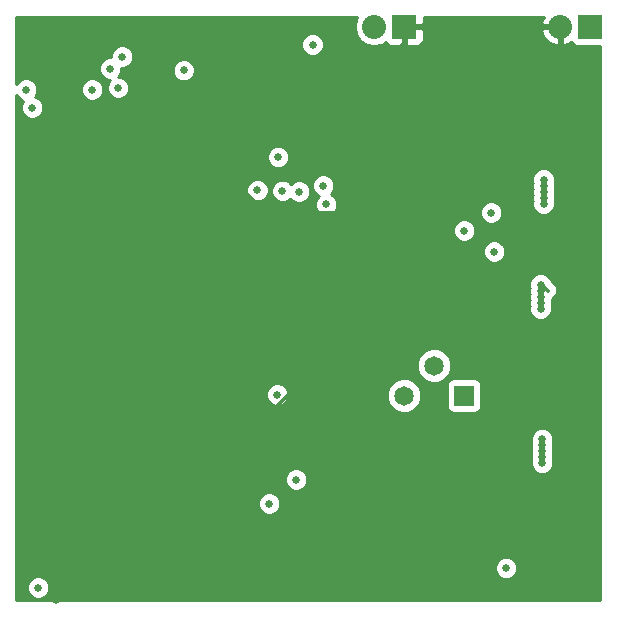
<source format=gbr>
G04 #@! TF.FileFunction,Copper,L2,Inr,Plane*
%FSLAX46Y46*%
G04 Gerber Fmt 4.6, Leading zero omitted, Abs format (unit mm)*
G04 Created by KiCad (PCBNEW (2015-03-31 BZR 5561)-product) date Tue 28 Apr 2015 10:13:20 PM CDT*
%MOMM*%
G01*
G04 APERTURE LIST*
%ADD10C,0.100000*%
%ADD11C,1.651000*%
%ADD12R,1.651000X1.651000*%
%ADD13R,2.032000X2.032000*%
%ADD14O,2.032000X2.032000*%
%ADD15C,0.635000*%
%ADD16C,0.355600*%
%ADD17C,0.254000*%
G04 APERTURE END LIST*
D10*
D11*
X107696000Y-134366000D03*
X110236000Y-131826000D03*
D12*
X112776000Y-134366000D03*
D13*
X107696000Y-103124000D03*
D14*
X105156000Y-103124000D03*
D13*
X123444000Y-103124000D03*
D14*
X120904000Y-103124000D03*
D15*
X119380000Y-140081000D03*
X119380000Y-139573000D03*
X119380000Y-139065000D03*
X119380000Y-138557000D03*
X119380000Y-138049000D03*
X119253000Y-127000000D03*
X119253000Y-126492000D03*
X119253000Y-125984000D03*
X119253000Y-125476000D03*
X119253000Y-124968000D03*
X119507000Y-118110000D03*
X119507000Y-117602000D03*
X119507000Y-117094000D03*
X119507000Y-116586000D03*
X119507000Y-116078000D03*
X85344000Y-103124000D03*
X87615855Y-106665855D03*
X90424000Y-106934000D03*
X85598000Y-143764000D03*
X81534000Y-115570000D03*
X93472000Y-124968000D03*
X88392000Y-109728000D03*
X122174000Y-106934000D03*
X116078000Y-111506000D03*
X122174000Y-105918000D03*
X121158000Y-106934000D03*
X121158000Y-105918000D03*
X116332000Y-107950000D03*
X117016881Y-106757119D03*
X113792000Y-114300000D03*
X113792000Y-113284000D03*
X116078000Y-110236000D03*
X116078000Y-108966000D03*
X106426000Y-117856000D03*
X108458000Y-124206000D03*
X106426000Y-127508000D03*
X88646000Y-115570000D03*
X83820000Y-110236000D03*
X80518000Y-110490000D03*
X78232000Y-151638000D03*
X98806000Y-133350000D03*
X98806000Y-118872000D03*
X96012000Y-118872000D03*
X99314000Y-125476000D03*
X105156000Y-141478000D03*
X105156000Y-139446000D03*
X94996000Y-138430000D03*
X94996000Y-142494000D03*
X87630000Y-148844000D03*
X88392000Y-148082000D03*
X82550000Y-139192000D03*
X87376000Y-140462000D03*
X80772000Y-130810000D03*
X84836000Y-135382000D03*
X82296000Y-134112000D03*
X92964000Y-127508000D03*
X91186000Y-127000000D03*
X81824702Y-128270000D03*
X80010000Y-127000000D03*
X80010000Y-127762000D03*
X88392000Y-119126000D03*
X89408000Y-120142000D03*
X86868000Y-122428000D03*
X78232000Y-117348000D03*
X81788000Y-119380000D03*
X112522000Y-144780000D03*
X107188000Y-144526000D03*
X99822000Y-144018000D03*
X101600000Y-108712000D03*
X94867479Y-144387118D03*
X119380000Y-130556000D03*
X119380000Y-131064000D03*
X119380000Y-130048000D03*
X119380000Y-129540000D03*
X119380000Y-131572000D03*
X89916000Y-113792000D03*
X93980000Y-114554000D03*
X118872000Y-144399000D03*
X116332000Y-148971000D03*
X112776000Y-120396000D03*
X115316000Y-122174000D03*
X96951000Y-134289000D03*
X76708000Y-150622000D03*
X97028000Y-114173000D03*
X99951868Y-104648000D03*
X98806000Y-117094000D03*
X83479678Y-108318280D03*
X82804000Y-106680000D03*
X101092000Y-118173490D03*
X95274993Y-116972765D03*
X96266000Y-143510000D03*
X98552000Y-141478000D03*
X115062000Y-118872000D03*
X83820000Y-105664000D03*
X97396280Y-117043180D03*
X89045368Y-106816922D03*
X81280000Y-108458000D03*
X100838000Y-116586000D03*
X76200000Y-109982000D03*
X75692000Y-108458000D03*
D16*
X119634000Y-125222000D02*
X119616983Y-125239017D01*
X119616983Y-125239017D02*
X119853966Y-125476000D01*
X107696000Y-103124000D02*
X107696000Y-104495600D01*
X107696000Y-104495600D02*
X103479600Y-108712000D01*
X103479600Y-108712000D02*
X102049012Y-108712000D01*
X102049012Y-108712000D02*
X101600000Y-108712000D01*
X87615855Y-106665855D02*
X87615855Y-105395855D01*
X87615855Y-105395855D02*
X85344000Y-103124000D01*
X87122000Y-110236000D02*
X84269012Y-110236000D01*
X90424000Y-106934000D02*
X87122000Y-110236000D01*
X84269012Y-110236000D02*
X83820000Y-110236000D01*
X112522000Y-144780000D02*
X117094000Y-144780000D01*
X117094000Y-144780000D02*
X117602000Y-144272000D01*
X107188000Y-144526000D02*
X112268000Y-144526000D01*
X112268000Y-144526000D02*
X112522000Y-144780000D01*
X105156000Y-141478000D02*
X105156000Y-142494000D01*
X105156000Y-142494000D02*
X107188000Y-144526000D01*
X99822000Y-144018000D02*
X102616000Y-144018000D01*
X102616000Y-144018000D02*
X105156000Y-141478000D01*
X87630000Y-148844000D02*
X81026000Y-148844000D01*
X81026000Y-148844000D02*
X78232000Y-151638000D01*
X84836000Y-135382000D02*
X84836000Y-136906000D01*
X84836000Y-136906000D02*
X82550000Y-139192000D01*
X82296000Y-134112000D02*
X83566000Y-134112000D01*
X83566000Y-134112000D02*
X84836000Y-135382000D01*
X87376000Y-140462000D02*
X83820000Y-140462000D01*
X83820000Y-140462000D02*
X82550000Y-139192000D01*
X94996000Y-138430000D02*
X94996000Y-137160000D01*
X94996000Y-137160000D02*
X98806000Y-133350000D01*
X98806000Y-133350000D02*
X100584000Y-133350000D01*
X100584000Y-133350000D02*
X106426000Y-127508000D01*
X92964000Y-127508000D02*
X98806000Y-133350000D01*
X99314000Y-125476000D02*
X97282000Y-127508000D01*
X97282000Y-127508000D02*
X92964000Y-127508000D01*
X99314000Y-125476000D02*
X99314000Y-119380000D01*
X99314000Y-119380000D02*
X98806000Y-118872000D01*
X98806000Y-118872000D02*
X105410000Y-118872000D01*
X105410000Y-118872000D02*
X106426000Y-117856000D01*
X96012000Y-118872000D02*
X98356988Y-118872000D01*
X98356988Y-118872000D02*
X98806000Y-118872000D01*
X89408000Y-120142000D02*
X89154000Y-120142000D01*
X89154000Y-120142000D02*
X86868000Y-122428000D01*
X89408000Y-120142000D02*
X88392000Y-119126000D01*
X88646000Y-115570000D02*
X88646000Y-118872000D01*
X88646000Y-118872000D02*
X88392000Y-119126000D01*
X114300000Y-114300000D02*
X109982000Y-114300000D01*
X109982000Y-114300000D02*
X106426000Y-117856000D01*
X94418467Y-144387118D02*
X94867479Y-144387118D01*
X88392000Y-148082000D02*
X92086882Y-144387118D01*
X92086882Y-144387118D02*
X94418467Y-144387118D01*
X94996000Y-144258597D02*
X94867479Y-144387118D01*
X94996000Y-142494000D02*
X94996000Y-144258597D01*
X93980000Y-116840000D02*
X96012000Y-118872000D01*
X93980000Y-114554000D02*
X93980000Y-116840000D01*
X89662000Y-114554000D02*
X88646000Y-115570000D01*
X93980000Y-114554000D02*
X89662000Y-114554000D01*
D17*
G36*
X124283000Y-151715000D02*
X120777000Y-151715000D01*
X120777000Y-104610836D01*
X120777000Y-103251000D01*
X119416633Y-103251000D01*
X119298017Y-103506946D01*
X119566812Y-104092379D01*
X120039182Y-104530385D01*
X120521056Y-104729975D01*
X120777000Y-104610836D01*
X120777000Y-151715000D01*
X120666766Y-151715000D01*
X120666766Y-125476000D01*
X120604895Y-125164955D01*
X120459665Y-124947602D01*
X120459665Y-117921367D01*
X120432768Y-117856273D01*
X120459335Y-117792295D01*
X120459665Y-117413367D01*
X120432768Y-117348273D01*
X120459335Y-117284295D01*
X120459665Y-116905367D01*
X120432768Y-116840273D01*
X120459335Y-116776295D01*
X120459665Y-116397367D01*
X120432768Y-116332273D01*
X120459335Y-116268295D01*
X120459665Y-115889367D01*
X120314961Y-115539157D01*
X120047253Y-115270980D01*
X119697295Y-115125665D01*
X119318367Y-115125335D01*
X118968157Y-115270039D01*
X118699980Y-115537747D01*
X118554665Y-115887705D01*
X118554335Y-116266633D01*
X118581231Y-116331726D01*
X118554665Y-116395705D01*
X118554335Y-116774633D01*
X118581231Y-116839726D01*
X118554665Y-116903705D01*
X118554335Y-117282633D01*
X118581231Y-117347726D01*
X118554665Y-117411705D01*
X118554335Y-117790633D01*
X118581231Y-117855726D01*
X118554665Y-117919705D01*
X118554335Y-118298633D01*
X118699039Y-118648843D01*
X118966747Y-118917020D01*
X119316705Y-119062335D01*
X119695633Y-119062665D01*
X120045843Y-118917961D01*
X120314020Y-118650253D01*
X120459335Y-118300295D01*
X120459665Y-117921367D01*
X120459665Y-124947602D01*
X120428703Y-124901264D01*
X120277271Y-124749833D01*
X120208737Y-124647263D01*
X120129091Y-124594046D01*
X120060961Y-124429157D01*
X119793253Y-124160980D01*
X119443295Y-124015665D01*
X119064367Y-124015335D01*
X118714157Y-124160039D01*
X118445980Y-124427747D01*
X118300665Y-124777705D01*
X118300335Y-125156633D01*
X118327231Y-125221726D01*
X118300665Y-125285705D01*
X118300335Y-125664633D01*
X118327231Y-125729726D01*
X118300665Y-125793705D01*
X118300335Y-126172633D01*
X118327231Y-126237726D01*
X118300665Y-126301705D01*
X118300335Y-126680633D01*
X118327231Y-126745726D01*
X118300665Y-126809705D01*
X118300335Y-127188633D01*
X118445039Y-127538843D01*
X118712747Y-127807020D01*
X119062705Y-127952335D01*
X119441633Y-127952665D01*
X119791843Y-127807961D01*
X120060020Y-127540253D01*
X120205335Y-127190295D01*
X120205665Y-126811367D01*
X120178768Y-126746273D01*
X120205335Y-126682295D01*
X120205665Y-126303367D01*
X120178768Y-126238273D01*
X120190571Y-126209850D01*
X120428703Y-126050737D01*
X120604895Y-125787045D01*
X120666766Y-125476000D01*
X120666766Y-151715000D01*
X120332665Y-151715000D01*
X120332665Y-139892367D01*
X120305768Y-139827273D01*
X120332335Y-139763295D01*
X120332665Y-139384367D01*
X120305768Y-139319273D01*
X120332335Y-139255295D01*
X120332665Y-138876367D01*
X120305768Y-138811273D01*
X120332335Y-138747295D01*
X120332665Y-138368367D01*
X120305768Y-138303273D01*
X120332335Y-138239295D01*
X120332665Y-137860367D01*
X120187961Y-137510157D01*
X119920253Y-137241980D01*
X119570295Y-137096665D01*
X119191367Y-137096335D01*
X118841157Y-137241039D01*
X118572980Y-137508747D01*
X118427665Y-137858705D01*
X118427335Y-138237633D01*
X118454231Y-138302726D01*
X118427665Y-138366705D01*
X118427335Y-138745633D01*
X118454231Y-138810726D01*
X118427665Y-138874705D01*
X118427335Y-139253633D01*
X118454231Y-139318726D01*
X118427665Y-139382705D01*
X118427335Y-139761633D01*
X118454231Y-139826726D01*
X118427665Y-139890705D01*
X118427335Y-140269633D01*
X118572039Y-140619843D01*
X118839747Y-140888020D01*
X119189705Y-141033335D01*
X119568633Y-141033665D01*
X119918843Y-140888961D01*
X120187020Y-140621253D01*
X120332335Y-140271295D01*
X120332665Y-139892367D01*
X120332665Y-151715000D01*
X117284665Y-151715000D01*
X117284665Y-148782367D01*
X117139961Y-148432157D01*
X116872253Y-148163980D01*
X116522295Y-148018665D01*
X116268665Y-148018444D01*
X116268665Y-121985367D01*
X116123961Y-121635157D01*
X116014665Y-121525669D01*
X116014665Y-118683367D01*
X115869961Y-118333157D01*
X115602253Y-118064980D01*
X115252295Y-117919665D01*
X114873367Y-117919335D01*
X114523157Y-118064039D01*
X114254980Y-118331747D01*
X114109665Y-118681705D01*
X114109335Y-119060633D01*
X114254039Y-119410843D01*
X114521747Y-119679020D01*
X114871705Y-119824335D01*
X115250633Y-119824665D01*
X115600843Y-119679961D01*
X115869020Y-119412253D01*
X116014335Y-119062295D01*
X116014665Y-118683367D01*
X116014665Y-121525669D01*
X115856253Y-121366980D01*
X115506295Y-121221665D01*
X115127367Y-121221335D01*
X114777157Y-121366039D01*
X114508980Y-121633747D01*
X114363665Y-121983705D01*
X114363335Y-122362633D01*
X114508039Y-122712843D01*
X114775747Y-122981020D01*
X115125705Y-123126335D01*
X115504633Y-123126665D01*
X115854843Y-122981961D01*
X116123020Y-122714253D01*
X116268335Y-122364295D01*
X116268665Y-121985367D01*
X116268665Y-148018444D01*
X116143367Y-148018335D01*
X115793157Y-148163039D01*
X115524980Y-148430747D01*
X115379665Y-148780705D01*
X115379335Y-149159633D01*
X115524039Y-149509843D01*
X115791747Y-149778020D01*
X116141705Y-149923335D01*
X116520633Y-149923665D01*
X116870843Y-149778961D01*
X117139020Y-149511253D01*
X117284335Y-149161295D01*
X117284665Y-148782367D01*
X117284665Y-151715000D01*
X114248940Y-151715000D01*
X114248940Y-135191500D01*
X114248940Y-133540500D01*
X114201963Y-133298377D01*
X114062173Y-133085573D01*
X113851140Y-132943123D01*
X113728665Y-132918561D01*
X113728665Y-120207367D01*
X113583961Y-119857157D01*
X113316253Y-119588980D01*
X112966295Y-119443665D01*
X112587367Y-119443335D01*
X112237157Y-119588039D01*
X111968980Y-119855747D01*
X111823665Y-120205705D01*
X111823335Y-120584633D01*
X111968039Y-120934843D01*
X112235747Y-121203020D01*
X112585705Y-121348335D01*
X112964633Y-121348665D01*
X113314843Y-121203961D01*
X113583020Y-120936253D01*
X113728335Y-120586295D01*
X113728665Y-120207367D01*
X113728665Y-132918561D01*
X113601500Y-132893060D01*
X111950500Y-132893060D01*
X111708377Y-132940037D01*
X111696753Y-132947672D01*
X111696753Y-131536763D01*
X111474874Y-130999774D01*
X111064387Y-130588570D01*
X110527786Y-130365754D01*
X109946763Y-130365247D01*
X109409774Y-130587126D01*
X109347000Y-130649790D01*
X109347000Y-104266309D01*
X109347000Y-103409750D01*
X109188250Y-103251000D01*
X107823000Y-103251000D01*
X107823000Y-104616250D01*
X107981750Y-104775000D01*
X108585691Y-104775000D01*
X108838310Y-104775000D01*
X109071699Y-104678327D01*
X109250327Y-104499698D01*
X109347000Y-104266309D01*
X109347000Y-130649790D01*
X108998570Y-130997613D01*
X108775754Y-131534214D01*
X108775247Y-132115237D01*
X108997126Y-132652226D01*
X109407613Y-133063430D01*
X109944214Y-133286246D01*
X110525237Y-133286753D01*
X111062226Y-133064874D01*
X111473430Y-132654387D01*
X111696246Y-132117786D01*
X111696753Y-131536763D01*
X111696753Y-132947672D01*
X111495573Y-133079827D01*
X111353123Y-133290860D01*
X111303060Y-133540500D01*
X111303060Y-135191500D01*
X111350037Y-135433623D01*
X111489827Y-135646427D01*
X111700860Y-135788877D01*
X111950500Y-135838940D01*
X113601500Y-135838940D01*
X113843623Y-135791963D01*
X114056427Y-135652173D01*
X114198877Y-135441140D01*
X114248940Y-135191500D01*
X114248940Y-151715000D01*
X109156753Y-151715000D01*
X109156753Y-134076763D01*
X108934874Y-133539774D01*
X108524387Y-133128570D01*
X107987786Y-132905754D01*
X107406763Y-132905247D01*
X106869774Y-133127126D01*
X106458570Y-133537613D01*
X106235754Y-134074214D01*
X106235247Y-134655237D01*
X106457126Y-135192226D01*
X106867613Y-135603430D01*
X107404214Y-135826246D01*
X107985237Y-135826753D01*
X108522226Y-135604874D01*
X108933430Y-135194387D01*
X109156246Y-134657786D01*
X109156753Y-134076763D01*
X109156753Y-151715000D01*
X102044665Y-151715000D01*
X102044665Y-117984857D01*
X101899961Y-117634647D01*
X101632253Y-117366470D01*
X101471323Y-117299646D01*
X101645020Y-117126253D01*
X101790335Y-116776295D01*
X101790665Y-116397367D01*
X101645961Y-116047157D01*
X101378253Y-115778980D01*
X101028295Y-115633665D01*
X100904533Y-115633557D01*
X100904533Y-104459367D01*
X100759829Y-104109157D01*
X100492121Y-103840980D01*
X100142163Y-103695665D01*
X99763235Y-103695335D01*
X99413025Y-103840039D01*
X99144848Y-104107747D01*
X98999533Y-104457705D01*
X98999203Y-104836633D01*
X99143907Y-105186843D01*
X99411615Y-105455020D01*
X99761573Y-105600335D01*
X100140501Y-105600665D01*
X100490711Y-105455961D01*
X100758888Y-105188253D01*
X100904203Y-104838295D01*
X100904533Y-104459367D01*
X100904533Y-115633557D01*
X100649367Y-115633335D01*
X100299157Y-115778039D01*
X100030980Y-116045747D01*
X99885665Y-116395705D01*
X99885335Y-116774633D01*
X100030039Y-117124843D01*
X100297747Y-117393020D01*
X100458676Y-117459843D01*
X100284980Y-117633237D01*
X100139665Y-117983195D01*
X100139335Y-118362123D01*
X100284039Y-118712333D01*
X100551747Y-118980510D01*
X100901705Y-119125825D01*
X101280633Y-119126155D01*
X101630843Y-118981451D01*
X101899020Y-118713743D01*
X102044335Y-118363785D01*
X102044665Y-117984857D01*
X102044665Y-151715000D01*
X99758665Y-151715000D01*
X99758665Y-116905367D01*
X99613961Y-116555157D01*
X99346253Y-116286980D01*
X98996295Y-116141665D01*
X98617367Y-116141335D01*
X98267157Y-116286039D01*
X98126495Y-116426454D01*
X97980665Y-116280369D01*
X97980665Y-113984367D01*
X97835961Y-113634157D01*
X97568253Y-113365980D01*
X97218295Y-113220665D01*
X96839367Y-113220335D01*
X96489157Y-113365039D01*
X96220980Y-113632747D01*
X96075665Y-113982705D01*
X96075335Y-114361633D01*
X96220039Y-114711843D01*
X96487747Y-114980020D01*
X96837705Y-115125335D01*
X97216633Y-115125665D01*
X97566843Y-114980961D01*
X97835020Y-114713253D01*
X97980335Y-114363295D01*
X97980665Y-113984367D01*
X97980665Y-116280369D01*
X97936533Y-116236160D01*
X97586575Y-116090845D01*
X97207647Y-116090515D01*
X96857437Y-116235219D01*
X96589260Y-116502927D01*
X96443945Y-116852885D01*
X96443615Y-117231813D01*
X96588319Y-117582023D01*
X96856027Y-117850200D01*
X97205985Y-117995515D01*
X97584913Y-117995845D01*
X97935123Y-117851141D01*
X98075784Y-117710725D01*
X98265747Y-117901020D01*
X98615705Y-118046335D01*
X98994633Y-118046665D01*
X99344843Y-117901961D01*
X99613020Y-117634253D01*
X99758335Y-117284295D01*
X99758665Y-116905367D01*
X99758665Y-151715000D01*
X99504665Y-151715000D01*
X99504665Y-141289367D01*
X99359961Y-140939157D01*
X99092253Y-140670980D01*
X98742295Y-140525665D01*
X98363367Y-140525335D01*
X98013157Y-140670039D01*
X97903665Y-140779339D01*
X97903665Y-134100367D01*
X97758961Y-133750157D01*
X97491253Y-133481980D01*
X97141295Y-133336665D01*
X96762367Y-133336335D01*
X96412157Y-133481039D01*
X96227658Y-133665215D01*
X96227658Y-116784132D01*
X96082954Y-116433922D01*
X95815246Y-116165745D01*
X95465288Y-116020430D01*
X95086360Y-116020100D01*
X94736150Y-116164804D01*
X94467973Y-116432512D01*
X94322658Y-116782470D01*
X94322328Y-117161398D01*
X94467032Y-117511608D01*
X94734740Y-117779785D01*
X95084698Y-117925100D01*
X95463626Y-117925430D01*
X95813836Y-117780726D01*
X96082013Y-117513018D01*
X96227328Y-117163060D01*
X96227658Y-116784132D01*
X96227658Y-133665215D01*
X96143980Y-133748747D01*
X95998665Y-134098705D01*
X95998335Y-134477633D01*
X96143039Y-134827843D01*
X96410747Y-135096020D01*
X96760705Y-135241335D01*
X97139633Y-135241665D01*
X97489843Y-135096961D01*
X97758020Y-134829253D01*
X97903335Y-134479295D01*
X97903665Y-134100367D01*
X97903665Y-140779339D01*
X97744980Y-140937747D01*
X97599665Y-141287705D01*
X97599335Y-141666633D01*
X97744039Y-142016843D01*
X98011747Y-142285020D01*
X98361705Y-142430335D01*
X98740633Y-142430665D01*
X99090843Y-142285961D01*
X99359020Y-142018253D01*
X99504335Y-141668295D01*
X99504665Y-141289367D01*
X99504665Y-151715000D01*
X97218665Y-151715000D01*
X97218665Y-143321367D01*
X97073961Y-142971157D01*
X96806253Y-142702980D01*
X96456295Y-142557665D01*
X96077367Y-142557335D01*
X95727157Y-142702039D01*
X95458980Y-142969747D01*
X95313665Y-143319705D01*
X95313335Y-143698633D01*
X95458039Y-144048843D01*
X95725747Y-144317020D01*
X96075705Y-144462335D01*
X96454633Y-144462665D01*
X96804843Y-144317961D01*
X97073020Y-144050253D01*
X97218335Y-143700295D01*
X97218665Y-143321367D01*
X97218665Y-151715000D01*
X89998033Y-151715000D01*
X89998033Y-106628289D01*
X89853329Y-106278079D01*
X89585621Y-106009902D01*
X89235663Y-105864587D01*
X88856735Y-105864257D01*
X88506525Y-106008961D01*
X88238348Y-106276669D01*
X88093033Y-106626627D01*
X88092703Y-107005555D01*
X88237407Y-107355765D01*
X88505115Y-107623942D01*
X88855073Y-107769257D01*
X89234001Y-107769587D01*
X89584211Y-107624883D01*
X89852388Y-107357175D01*
X89997703Y-107007217D01*
X89998033Y-106628289D01*
X89998033Y-151715000D01*
X84772665Y-151715000D01*
X84772665Y-105475367D01*
X84627961Y-105125157D01*
X84360253Y-104856980D01*
X84010295Y-104711665D01*
X83631367Y-104711335D01*
X83281157Y-104856039D01*
X83012980Y-105123747D01*
X82867665Y-105473705D01*
X82867443Y-105727554D01*
X82615367Y-105727335D01*
X82265157Y-105872039D01*
X81996980Y-106139747D01*
X81851665Y-106489705D01*
X81851335Y-106868633D01*
X81996039Y-107218843D01*
X82263747Y-107487020D01*
X82613705Y-107632335D01*
X82818426Y-107632513D01*
X82672658Y-107778027D01*
X82527343Y-108127985D01*
X82527013Y-108506913D01*
X82671717Y-108857123D01*
X82939425Y-109125300D01*
X83289383Y-109270615D01*
X83668311Y-109270945D01*
X84018521Y-109126241D01*
X84286698Y-108858533D01*
X84432013Y-108508575D01*
X84432343Y-108129647D01*
X84287639Y-107779437D01*
X84019931Y-107511260D01*
X83669973Y-107365945D01*
X83465251Y-107365766D01*
X83611020Y-107220253D01*
X83756335Y-106870295D01*
X83756556Y-106616445D01*
X84008633Y-106616665D01*
X84358843Y-106471961D01*
X84627020Y-106204253D01*
X84772335Y-105854295D01*
X84772665Y-105475367D01*
X84772665Y-151715000D01*
X82232665Y-151715000D01*
X82232665Y-108269367D01*
X82087961Y-107919157D01*
X81820253Y-107650980D01*
X81470295Y-107505665D01*
X81091367Y-107505335D01*
X80741157Y-107650039D01*
X80472980Y-107917747D01*
X80327665Y-108267705D01*
X80327335Y-108646633D01*
X80472039Y-108996843D01*
X80739747Y-109265020D01*
X81089705Y-109410335D01*
X81468633Y-109410665D01*
X81818843Y-109265961D01*
X82087020Y-108998253D01*
X82232335Y-108648295D01*
X82232665Y-108269367D01*
X82232665Y-151715000D01*
X77660665Y-151715000D01*
X77660665Y-150433367D01*
X77515961Y-150083157D01*
X77248253Y-149814980D01*
X76898295Y-149669665D01*
X76519367Y-149669335D01*
X76169157Y-149814039D01*
X75900980Y-150081747D01*
X75755665Y-150431705D01*
X75755335Y-150810633D01*
X75900039Y-151160843D01*
X76167747Y-151429020D01*
X76517705Y-151574335D01*
X76896633Y-151574665D01*
X77246843Y-151429961D01*
X77515020Y-151162253D01*
X77660335Y-150812295D01*
X77660665Y-150433367D01*
X77660665Y-151715000D01*
X74853000Y-151715000D01*
X74853000Y-108921722D01*
X74884039Y-108996843D01*
X75151747Y-109265020D01*
X75447142Y-109387678D01*
X75392980Y-109441747D01*
X75247665Y-109791705D01*
X75247335Y-110170633D01*
X75392039Y-110520843D01*
X75659747Y-110789020D01*
X76009705Y-110934335D01*
X76388633Y-110934665D01*
X76738843Y-110789961D01*
X77007020Y-110522253D01*
X77152335Y-110172295D01*
X77152665Y-109793367D01*
X77007961Y-109443157D01*
X76740253Y-109174980D01*
X76444857Y-109052321D01*
X76499020Y-108998253D01*
X76644335Y-108648295D01*
X76644665Y-108269367D01*
X76499961Y-107919157D01*
X76232253Y-107650980D01*
X75882295Y-107505665D01*
X75503367Y-107505335D01*
X75153157Y-107650039D01*
X74884980Y-107917747D01*
X74853000Y-107994763D01*
X74853000Y-102285000D01*
X103747502Y-102285000D01*
X103630675Y-102459845D01*
X103505000Y-103091655D01*
X103505000Y-103156345D01*
X103630675Y-103788155D01*
X103988567Y-104323778D01*
X104524190Y-104681670D01*
X105156000Y-104807345D01*
X105787810Y-104681670D01*
X106124001Y-104457034D01*
X106141673Y-104499698D01*
X106320301Y-104678327D01*
X106553690Y-104775000D01*
X106806309Y-104775000D01*
X107410250Y-104775000D01*
X107569000Y-104616250D01*
X107569000Y-103251000D01*
X107549000Y-103251000D01*
X107549000Y-102997000D01*
X107569000Y-102997000D01*
X107569000Y-102977000D01*
X107823000Y-102977000D01*
X107823000Y-102997000D01*
X109188250Y-102997000D01*
X109347000Y-102838250D01*
X109347000Y-102285000D01*
X119507409Y-102285000D01*
X119298017Y-102741054D01*
X119416633Y-102997000D01*
X120777000Y-102997000D01*
X120777000Y-102977000D01*
X121031000Y-102977000D01*
X121031000Y-102997000D01*
X121051000Y-102997000D01*
X121051000Y-103251000D01*
X121031000Y-103251000D01*
X121031000Y-104610836D01*
X121286944Y-104729975D01*
X121768818Y-104530385D01*
X121865835Y-104440425D01*
X121967327Y-104594927D01*
X122178360Y-104737377D01*
X122428000Y-104787440D01*
X124283000Y-104787440D01*
X124283000Y-151715000D01*
X124283000Y-151715000D01*
G37*
X124283000Y-151715000D02*
X120777000Y-151715000D01*
X120777000Y-104610836D01*
X120777000Y-103251000D01*
X119416633Y-103251000D01*
X119298017Y-103506946D01*
X119566812Y-104092379D01*
X120039182Y-104530385D01*
X120521056Y-104729975D01*
X120777000Y-104610836D01*
X120777000Y-151715000D01*
X120666766Y-151715000D01*
X120666766Y-125476000D01*
X120604895Y-125164955D01*
X120459665Y-124947602D01*
X120459665Y-117921367D01*
X120432768Y-117856273D01*
X120459335Y-117792295D01*
X120459665Y-117413367D01*
X120432768Y-117348273D01*
X120459335Y-117284295D01*
X120459665Y-116905367D01*
X120432768Y-116840273D01*
X120459335Y-116776295D01*
X120459665Y-116397367D01*
X120432768Y-116332273D01*
X120459335Y-116268295D01*
X120459665Y-115889367D01*
X120314961Y-115539157D01*
X120047253Y-115270980D01*
X119697295Y-115125665D01*
X119318367Y-115125335D01*
X118968157Y-115270039D01*
X118699980Y-115537747D01*
X118554665Y-115887705D01*
X118554335Y-116266633D01*
X118581231Y-116331726D01*
X118554665Y-116395705D01*
X118554335Y-116774633D01*
X118581231Y-116839726D01*
X118554665Y-116903705D01*
X118554335Y-117282633D01*
X118581231Y-117347726D01*
X118554665Y-117411705D01*
X118554335Y-117790633D01*
X118581231Y-117855726D01*
X118554665Y-117919705D01*
X118554335Y-118298633D01*
X118699039Y-118648843D01*
X118966747Y-118917020D01*
X119316705Y-119062335D01*
X119695633Y-119062665D01*
X120045843Y-118917961D01*
X120314020Y-118650253D01*
X120459335Y-118300295D01*
X120459665Y-117921367D01*
X120459665Y-124947602D01*
X120428703Y-124901264D01*
X120277271Y-124749833D01*
X120208737Y-124647263D01*
X120129091Y-124594046D01*
X120060961Y-124429157D01*
X119793253Y-124160980D01*
X119443295Y-124015665D01*
X119064367Y-124015335D01*
X118714157Y-124160039D01*
X118445980Y-124427747D01*
X118300665Y-124777705D01*
X118300335Y-125156633D01*
X118327231Y-125221726D01*
X118300665Y-125285705D01*
X118300335Y-125664633D01*
X118327231Y-125729726D01*
X118300665Y-125793705D01*
X118300335Y-126172633D01*
X118327231Y-126237726D01*
X118300665Y-126301705D01*
X118300335Y-126680633D01*
X118327231Y-126745726D01*
X118300665Y-126809705D01*
X118300335Y-127188633D01*
X118445039Y-127538843D01*
X118712747Y-127807020D01*
X119062705Y-127952335D01*
X119441633Y-127952665D01*
X119791843Y-127807961D01*
X120060020Y-127540253D01*
X120205335Y-127190295D01*
X120205665Y-126811367D01*
X120178768Y-126746273D01*
X120205335Y-126682295D01*
X120205665Y-126303367D01*
X120178768Y-126238273D01*
X120190571Y-126209850D01*
X120428703Y-126050737D01*
X120604895Y-125787045D01*
X120666766Y-125476000D01*
X120666766Y-151715000D01*
X120332665Y-151715000D01*
X120332665Y-139892367D01*
X120305768Y-139827273D01*
X120332335Y-139763295D01*
X120332665Y-139384367D01*
X120305768Y-139319273D01*
X120332335Y-139255295D01*
X120332665Y-138876367D01*
X120305768Y-138811273D01*
X120332335Y-138747295D01*
X120332665Y-138368367D01*
X120305768Y-138303273D01*
X120332335Y-138239295D01*
X120332665Y-137860367D01*
X120187961Y-137510157D01*
X119920253Y-137241980D01*
X119570295Y-137096665D01*
X119191367Y-137096335D01*
X118841157Y-137241039D01*
X118572980Y-137508747D01*
X118427665Y-137858705D01*
X118427335Y-138237633D01*
X118454231Y-138302726D01*
X118427665Y-138366705D01*
X118427335Y-138745633D01*
X118454231Y-138810726D01*
X118427665Y-138874705D01*
X118427335Y-139253633D01*
X118454231Y-139318726D01*
X118427665Y-139382705D01*
X118427335Y-139761633D01*
X118454231Y-139826726D01*
X118427665Y-139890705D01*
X118427335Y-140269633D01*
X118572039Y-140619843D01*
X118839747Y-140888020D01*
X119189705Y-141033335D01*
X119568633Y-141033665D01*
X119918843Y-140888961D01*
X120187020Y-140621253D01*
X120332335Y-140271295D01*
X120332665Y-139892367D01*
X120332665Y-151715000D01*
X117284665Y-151715000D01*
X117284665Y-148782367D01*
X117139961Y-148432157D01*
X116872253Y-148163980D01*
X116522295Y-148018665D01*
X116268665Y-148018444D01*
X116268665Y-121985367D01*
X116123961Y-121635157D01*
X116014665Y-121525669D01*
X116014665Y-118683367D01*
X115869961Y-118333157D01*
X115602253Y-118064980D01*
X115252295Y-117919665D01*
X114873367Y-117919335D01*
X114523157Y-118064039D01*
X114254980Y-118331747D01*
X114109665Y-118681705D01*
X114109335Y-119060633D01*
X114254039Y-119410843D01*
X114521747Y-119679020D01*
X114871705Y-119824335D01*
X115250633Y-119824665D01*
X115600843Y-119679961D01*
X115869020Y-119412253D01*
X116014335Y-119062295D01*
X116014665Y-118683367D01*
X116014665Y-121525669D01*
X115856253Y-121366980D01*
X115506295Y-121221665D01*
X115127367Y-121221335D01*
X114777157Y-121366039D01*
X114508980Y-121633747D01*
X114363665Y-121983705D01*
X114363335Y-122362633D01*
X114508039Y-122712843D01*
X114775747Y-122981020D01*
X115125705Y-123126335D01*
X115504633Y-123126665D01*
X115854843Y-122981961D01*
X116123020Y-122714253D01*
X116268335Y-122364295D01*
X116268665Y-121985367D01*
X116268665Y-148018444D01*
X116143367Y-148018335D01*
X115793157Y-148163039D01*
X115524980Y-148430747D01*
X115379665Y-148780705D01*
X115379335Y-149159633D01*
X115524039Y-149509843D01*
X115791747Y-149778020D01*
X116141705Y-149923335D01*
X116520633Y-149923665D01*
X116870843Y-149778961D01*
X117139020Y-149511253D01*
X117284335Y-149161295D01*
X117284665Y-148782367D01*
X117284665Y-151715000D01*
X114248940Y-151715000D01*
X114248940Y-135191500D01*
X114248940Y-133540500D01*
X114201963Y-133298377D01*
X114062173Y-133085573D01*
X113851140Y-132943123D01*
X113728665Y-132918561D01*
X113728665Y-120207367D01*
X113583961Y-119857157D01*
X113316253Y-119588980D01*
X112966295Y-119443665D01*
X112587367Y-119443335D01*
X112237157Y-119588039D01*
X111968980Y-119855747D01*
X111823665Y-120205705D01*
X111823335Y-120584633D01*
X111968039Y-120934843D01*
X112235747Y-121203020D01*
X112585705Y-121348335D01*
X112964633Y-121348665D01*
X113314843Y-121203961D01*
X113583020Y-120936253D01*
X113728335Y-120586295D01*
X113728665Y-120207367D01*
X113728665Y-132918561D01*
X113601500Y-132893060D01*
X111950500Y-132893060D01*
X111708377Y-132940037D01*
X111696753Y-132947672D01*
X111696753Y-131536763D01*
X111474874Y-130999774D01*
X111064387Y-130588570D01*
X110527786Y-130365754D01*
X109946763Y-130365247D01*
X109409774Y-130587126D01*
X109347000Y-130649790D01*
X109347000Y-104266309D01*
X109347000Y-103409750D01*
X109188250Y-103251000D01*
X107823000Y-103251000D01*
X107823000Y-104616250D01*
X107981750Y-104775000D01*
X108585691Y-104775000D01*
X108838310Y-104775000D01*
X109071699Y-104678327D01*
X109250327Y-104499698D01*
X109347000Y-104266309D01*
X109347000Y-130649790D01*
X108998570Y-130997613D01*
X108775754Y-131534214D01*
X108775247Y-132115237D01*
X108997126Y-132652226D01*
X109407613Y-133063430D01*
X109944214Y-133286246D01*
X110525237Y-133286753D01*
X111062226Y-133064874D01*
X111473430Y-132654387D01*
X111696246Y-132117786D01*
X111696753Y-131536763D01*
X111696753Y-132947672D01*
X111495573Y-133079827D01*
X111353123Y-133290860D01*
X111303060Y-133540500D01*
X111303060Y-135191500D01*
X111350037Y-135433623D01*
X111489827Y-135646427D01*
X111700860Y-135788877D01*
X111950500Y-135838940D01*
X113601500Y-135838940D01*
X113843623Y-135791963D01*
X114056427Y-135652173D01*
X114198877Y-135441140D01*
X114248940Y-135191500D01*
X114248940Y-151715000D01*
X109156753Y-151715000D01*
X109156753Y-134076763D01*
X108934874Y-133539774D01*
X108524387Y-133128570D01*
X107987786Y-132905754D01*
X107406763Y-132905247D01*
X106869774Y-133127126D01*
X106458570Y-133537613D01*
X106235754Y-134074214D01*
X106235247Y-134655237D01*
X106457126Y-135192226D01*
X106867613Y-135603430D01*
X107404214Y-135826246D01*
X107985237Y-135826753D01*
X108522226Y-135604874D01*
X108933430Y-135194387D01*
X109156246Y-134657786D01*
X109156753Y-134076763D01*
X109156753Y-151715000D01*
X102044665Y-151715000D01*
X102044665Y-117984857D01*
X101899961Y-117634647D01*
X101632253Y-117366470D01*
X101471323Y-117299646D01*
X101645020Y-117126253D01*
X101790335Y-116776295D01*
X101790665Y-116397367D01*
X101645961Y-116047157D01*
X101378253Y-115778980D01*
X101028295Y-115633665D01*
X100904533Y-115633557D01*
X100904533Y-104459367D01*
X100759829Y-104109157D01*
X100492121Y-103840980D01*
X100142163Y-103695665D01*
X99763235Y-103695335D01*
X99413025Y-103840039D01*
X99144848Y-104107747D01*
X98999533Y-104457705D01*
X98999203Y-104836633D01*
X99143907Y-105186843D01*
X99411615Y-105455020D01*
X99761573Y-105600335D01*
X100140501Y-105600665D01*
X100490711Y-105455961D01*
X100758888Y-105188253D01*
X100904203Y-104838295D01*
X100904533Y-104459367D01*
X100904533Y-115633557D01*
X100649367Y-115633335D01*
X100299157Y-115778039D01*
X100030980Y-116045747D01*
X99885665Y-116395705D01*
X99885335Y-116774633D01*
X100030039Y-117124843D01*
X100297747Y-117393020D01*
X100458676Y-117459843D01*
X100284980Y-117633237D01*
X100139665Y-117983195D01*
X100139335Y-118362123D01*
X100284039Y-118712333D01*
X100551747Y-118980510D01*
X100901705Y-119125825D01*
X101280633Y-119126155D01*
X101630843Y-118981451D01*
X101899020Y-118713743D01*
X102044335Y-118363785D01*
X102044665Y-117984857D01*
X102044665Y-151715000D01*
X99758665Y-151715000D01*
X99758665Y-116905367D01*
X99613961Y-116555157D01*
X99346253Y-116286980D01*
X98996295Y-116141665D01*
X98617367Y-116141335D01*
X98267157Y-116286039D01*
X98126495Y-116426454D01*
X97980665Y-116280369D01*
X97980665Y-113984367D01*
X97835961Y-113634157D01*
X97568253Y-113365980D01*
X97218295Y-113220665D01*
X96839367Y-113220335D01*
X96489157Y-113365039D01*
X96220980Y-113632747D01*
X96075665Y-113982705D01*
X96075335Y-114361633D01*
X96220039Y-114711843D01*
X96487747Y-114980020D01*
X96837705Y-115125335D01*
X97216633Y-115125665D01*
X97566843Y-114980961D01*
X97835020Y-114713253D01*
X97980335Y-114363295D01*
X97980665Y-113984367D01*
X97980665Y-116280369D01*
X97936533Y-116236160D01*
X97586575Y-116090845D01*
X97207647Y-116090515D01*
X96857437Y-116235219D01*
X96589260Y-116502927D01*
X96443945Y-116852885D01*
X96443615Y-117231813D01*
X96588319Y-117582023D01*
X96856027Y-117850200D01*
X97205985Y-117995515D01*
X97584913Y-117995845D01*
X97935123Y-117851141D01*
X98075784Y-117710725D01*
X98265747Y-117901020D01*
X98615705Y-118046335D01*
X98994633Y-118046665D01*
X99344843Y-117901961D01*
X99613020Y-117634253D01*
X99758335Y-117284295D01*
X99758665Y-116905367D01*
X99758665Y-151715000D01*
X99504665Y-151715000D01*
X99504665Y-141289367D01*
X99359961Y-140939157D01*
X99092253Y-140670980D01*
X98742295Y-140525665D01*
X98363367Y-140525335D01*
X98013157Y-140670039D01*
X97903665Y-140779339D01*
X97903665Y-134100367D01*
X97758961Y-133750157D01*
X97491253Y-133481980D01*
X97141295Y-133336665D01*
X96762367Y-133336335D01*
X96412157Y-133481039D01*
X96227658Y-133665215D01*
X96227658Y-116784132D01*
X96082954Y-116433922D01*
X95815246Y-116165745D01*
X95465288Y-116020430D01*
X95086360Y-116020100D01*
X94736150Y-116164804D01*
X94467973Y-116432512D01*
X94322658Y-116782470D01*
X94322328Y-117161398D01*
X94467032Y-117511608D01*
X94734740Y-117779785D01*
X95084698Y-117925100D01*
X95463626Y-117925430D01*
X95813836Y-117780726D01*
X96082013Y-117513018D01*
X96227328Y-117163060D01*
X96227658Y-116784132D01*
X96227658Y-133665215D01*
X96143980Y-133748747D01*
X95998665Y-134098705D01*
X95998335Y-134477633D01*
X96143039Y-134827843D01*
X96410747Y-135096020D01*
X96760705Y-135241335D01*
X97139633Y-135241665D01*
X97489843Y-135096961D01*
X97758020Y-134829253D01*
X97903335Y-134479295D01*
X97903665Y-134100367D01*
X97903665Y-140779339D01*
X97744980Y-140937747D01*
X97599665Y-141287705D01*
X97599335Y-141666633D01*
X97744039Y-142016843D01*
X98011747Y-142285020D01*
X98361705Y-142430335D01*
X98740633Y-142430665D01*
X99090843Y-142285961D01*
X99359020Y-142018253D01*
X99504335Y-141668295D01*
X99504665Y-141289367D01*
X99504665Y-151715000D01*
X97218665Y-151715000D01*
X97218665Y-143321367D01*
X97073961Y-142971157D01*
X96806253Y-142702980D01*
X96456295Y-142557665D01*
X96077367Y-142557335D01*
X95727157Y-142702039D01*
X95458980Y-142969747D01*
X95313665Y-143319705D01*
X95313335Y-143698633D01*
X95458039Y-144048843D01*
X95725747Y-144317020D01*
X96075705Y-144462335D01*
X96454633Y-144462665D01*
X96804843Y-144317961D01*
X97073020Y-144050253D01*
X97218335Y-143700295D01*
X97218665Y-143321367D01*
X97218665Y-151715000D01*
X89998033Y-151715000D01*
X89998033Y-106628289D01*
X89853329Y-106278079D01*
X89585621Y-106009902D01*
X89235663Y-105864587D01*
X88856735Y-105864257D01*
X88506525Y-106008961D01*
X88238348Y-106276669D01*
X88093033Y-106626627D01*
X88092703Y-107005555D01*
X88237407Y-107355765D01*
X88505115Y-107623942D01*
X88855073Y-107769257D01*
X89234001Y-107769587D01*
X89584211Y-107624883D01*
X89852388Y-107357175D01*
X89997703Y-107007217D01*
X89998033Y-106628289D01*
X89998033Y-151715000D01*
X84772665Y-151715000D01*
X84772665Y-105475367D01*
X84627961Y-105125157D01*
X84360253Y-104856980D01*
X84010295Y-104711665D01*
X83631367Y-104711335D01*
X83281157Y-104856039D01*
X83012980Y-105123747D01*
X82867665Y-105473705D01*
X82867443Y-105727554D01*
X82615367Y-105727335D01*
X82265157Y-105872039D01*
X81996980Y-106139747D01*
X81851665Y-106489705D01*
X81851335Y-106868633D01*
X81996039Y-107218843D01*
X82263747Y-107487020D01*
X82613705Y-107632335D01*
X82818426Y-107632513D01*
X82672658Y-107778027D01*
X82527343Y-108127985D01*
X82527013Y-108506913D01*
X82671717Y-108857123D01*
X82939425Y-109125300D01*
X83289383Y-109270615D01*
X83668311Y-109270945D01*
X84018521Y-109126241D01*
X84286698Y-108858533D01*
X84432013Y-108508575D01*
X84432343Y-108129647D01*
X84287639Y-107779437D01*
X84019931Y-107511260D01*
X83669973Y-107365945D01*
X83465251Y-107365766D01*
X83611020Y-107220253D01*
X83756335Y-106870295D01*
X83756556Y-106616445D01*
X84008633Y-106616665D01*
X84358843Y-106471961D01*
X84627020Y-106204253D01*
X84772335Y-105854295D01*
X84772665Y-105475367D01*
X84772665Y-151715000D01*
X82232665Y-151715000D01*
X82232665Y-108269367D01*
X82087961Y-107919157D01*
X81820253Y-107650980D01*
X81470295Y-107505665D01*
X81091367Y-107505335D01*
X80741157Y-107650039D01*
X80472980Y-107917747D01*
X80327665Y-108267705D01*
X80327335Y-108646633D01*
X80472039Y-108996843D01*
X80739747Y-109265020D01*
X81089705Y-109410335D01*
X81468633Y-109410665D01*
X81818843Y-109265961D01*
X82087020Y-108998253D01*
X82232335Y-108648295D01*
X82232665Y-108269367D01*
X82232665Y-151715000D01*
X77660665Y-151715000D01*
X77660665Y-150433367D01*
X77515961Y-150083157D01*
X77248253Y-149814980D01*
X76898295Y-149669665D01*
X76519367Y-149669335D01*
X76169157Y-149814039D01*
X75900980Y-150081747D01*
X75755665Y-150431705D01*
X75755335Y-150810633D01*
X75900039Y-151160843D01*
X76167747Y-151429020D01*
X76517705Y-151574335D01*
X76896633Y-151574665D01*
X77246843Y-151429961D01*
X77515020Y-151162253D01*
X77660335Y-150812295D01*
X77660665Y-150433367D01*
X77660665Y-151715000D01*
X74853000Y-151715000D01*
X74853000Y-108921722D01*
X74884039Y-108996843D01*
X75151747Y-109265020D01*
X75447142Y-109387678D01*
X75392980Y-109441747D01*
X75247665Y-109791705D01*
X75247335Y-110170633D01*
X75392039Y-110520843D01*
X75659747Y-110789020D01*
X76009705Y-110934335D01*
X76388633Y-110934665D01*
X76738843Y-110789961D01*
X77007020Y-110522253D01*
X77152335Y-110172295D01*
X77152665Y-109793367D01*
X77007961Y-109443157D01*
X76740253Y-109174980D01*
X76444857Y-109052321D01*
X76499020Y-108998253D01*
X76644335Y-108648295D01*
X76644665Y-108269367D01*
X76499961Y-107919157D01*
X76232253Y-107650980D01*
X75882295Y-107505665D01*
X75503367Y-107505335D01*
X75153157Y-107650039D01*
X74884980Y-107917747D01*
X74853000Y-107994763D01*
X74853000Y-102285000D01*
X103747502Y-102285000D01*
X103630675Y-102459845D01*
X103505000Y-103091655D01*
X103505000Y-103156345D01*
X103630675Y-103788155D01*
X103988567Y-104323778D01*
X104524190Y-104681670D01*
X105156000Y-104807345D01*
X105787810Y-104681670D01*
X106124001Y-104457034D01*
X106141673Y-104499698D01*
X106320301Y-104678327D01*
X106553690Y-104775000D01*
X106806309Y-104775000D01*
X107410250Y-104775000D01*
X107569000Y-104616250D01*
X107569000Y-103251000D01*
X107549000Y-103251000D01*
X107549000Y-102997000D01*
X107569000Y-102997000D01*
X107569000Y-102977000D01*
X107823000Y-102977000D01*
X107823000Y-102997000D01*
X109188250Y-102997000D01*
X109347000Y-102838250D01*
X109347000Y-102285000D01*
X119507409Y-102285000D01*
X119298017Y-102741054D01*
X119416633Y-102997000D01*
X120777000Y-102997000D01*
X120777000Y-102977000D01*
X121031000Y-102977000D01*
X121031000Y-102997000D01*
X121051000Y-102997000D01*
X121051000Y-103251000D01*
X121031000Y-103251000D01*
X121031000Y-104610836D01*
X121286944Y-104729975D01*
X121768818Y-104530385D01*
X121865835Y-104440425D01*
X121967327Y-104594927D01*
X122178360Y-104737377D01*
X122428000Y-104787440D01*
X124283000Y-104787440D01*
X124283000Y-151715000D01*
M02*

</source>
